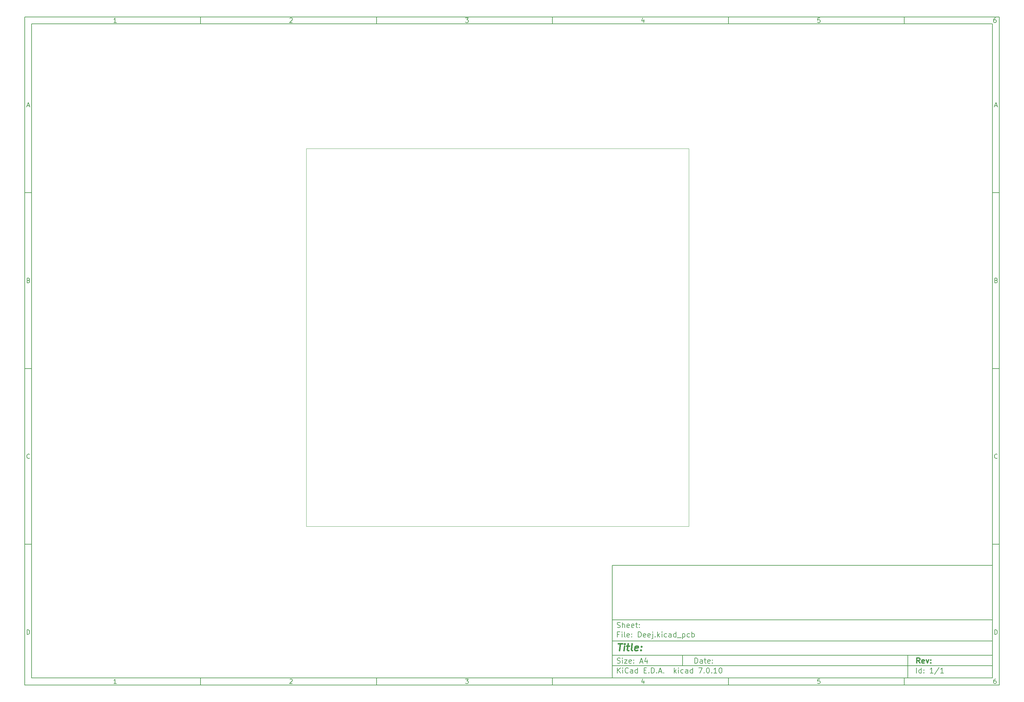
<source format=gbr>
%TF.GenerationSoftware,KiCad,Pcbnew,7.0.10*%
%TF.CreationDate,2024-01-20T21:13:39+08:00*%
%TF.ProjectId,Deej,4465656a-2e6b-4696-9361-645f70636258,rev?*%
%TF.SameCoordinates,Original*%
%TF.FileFunction,Profile,NP*%
%FSLAX46Y46*%
G04 Gerber Fmt 4.6, Leading zero omitted, Abs format (unit mm)*
G04 Created by KiCad (PCBNEW 7.0.10) date 2024-01-20 21:13:39*
%MOMM*%
%LPD*%
G01*
G04 APERTURE LIST*
%ADD10C,0.100000*%
%ADD11C,0.150000*%
%ADD12C,0.300000*%
%ADD13C,0.400000*%
%TA.AperFunction,Profile*%
%ADD14C,0.100000*%
%TD*%
G04 APERTURE END LIST*
D10*
D11*
X177002200Y-166007200D02*
X285002200Y-166007200D01*
X285002200Y-198007200D01*
X177002200Y-198007200D01*
X177002200Y-166007200D01*
D10*
D11*
X10000000Y-10000000D02*
X287002200Y-10000000D01*
X287002200Y-200007200D01*
X10000000Y-200007200D01*
X10000000Y-10000000D01*
D10*
D11*
X12000000Y-12000000D02*
X285002200Y-12000000D01*
X285002200Y-198007200D01*
X12000000Y-198007200D01*
X12000000Y-12000000D01*
D10*
D11*
X60000000Y-12000000D02*
X60000000Y-10000000D01*
D10*
D11*
X110000000Y-12000000D02*
X110000000Y-10000000D01*
D10*
D11*
X160000000Y-12000000D02*
X160000000Y-10000000D01*
D10*
D11*
X210000000Y-12000000D02*
X210000000Y-10000000D01*
D10*
D11*
X260000000Y-12000000D02*
X260000000Y-10000000D01*
D10*
D11*
X36089160Y-11593604D02*
X35346303Y-11593604D01*
X35717731Y-11593604D02*
X35717731Y-10293604D01*
X35717731Y-10293604D02*
X35593922Y-10479319D01*
X35593922Y-10479319D02*
X35470112Y-10603128D01*
X35470112Y-10603128D02*
X35346303Y-10665033D01*
D10*
D11*
X85346303Y-10417414D02*
X85408207Y-10355509D01*
X85408207Y-10355509D02*
X85532017Y-10293604D01*
X85532017Y-10293604D02*
X85841541Y-10293604D01*
X85841541Y-10293604D02*
X85965350Y-10355509D01*
X85965350Y-10355509D02*
X86027255Y-10417414D01*
X86027255Y-10417414D02*
X86089160Y-10541223D01*
X86089160Y-10541223D02*
X86089160Y-10665033D01*
X86089160Y-10665033D02*
X86027255Y-10850747D01*
X86027255Y-10850747D02*
X85284398Y-11593604D01*
X85284398Y-11593604D02*
X86089160Y-11593604D01*
D10*
D11*
X135284398Y-10293604D02*
X136089160Y-10293604D01*
X136089160Y-10293604D02*
X135655826Y-10788842D01*
X135655826Y-10788842D02*
X135841541Y-10788842D01*
X135841541Y-10788842D02*
X135965350Y-10850747D01*
X135965350Y-10850747D02*
X136027255Y-10912652D01*
X136027255Y-10912652D02*
X136089160Y-11036461D01*
X136089160Y-11036461D02*
X136089160Y-11345985D01*
X136089160Y-11345985D02*
X136027255Y-11469795D01*
X136027255Y-11469795D02*
X135965350Y-11531700D01*
X135965350Y-11531700D02*
X135841541Y-11593604D01*
X135841541Y-11593604D02*
X135470112Y-11593604D01*
X135470112Y-11593604D02*
X135346303Y-11531700D01*
X135346303Y-11531700D02*
X135284398Y-11469795D01*
D10*
D11*
X185965350Y-10726938D02*
X185965350Y-11593604D01*
X185655826Y-10231700D02*
X185346303Y-11160271D01*
X185346303Y-11160271D02*
X186151064Y-11160271D01*
D10*
D11*
X236027255Y-10293604D02*
X235408207Y-10293604D01*
X235408207Y-10293604D02*
X235346303Y-10912652D01*
X235346303Y-10912652D02*
X235408207Y-10850747D01*
X235408207Y-10850747D02*
X235532017Y-10788842D01*
X235532017Y-10788842D02*
X235841541Y-10788842D01*
X235841541Y-10788842D02*
X235965350Y-10850747D01*
X235965350Y-10850747D02*
X236027255Y-10912652D01*
X236027255Y-10912652D02*
X236089160Y-11036461D01*
X236089160Y-11036461D02*
X236089160Y-11345985D01*
X236089160Y-11345985D02*
X236027255Y-11469795D01*
X236027255Y-11469795D02*
X235965350Y-11531700D01*
X235965350Y-11531700D02*
X235841541Y-11593604D01*
X235841541Y-11593604D02*
X235532017Y-11593604D01*
X235532017Y-11593604D02*
X235408207Y-11531700D01*
X235408207Y-11531700D02*
X235346303Y-11469795D01*
D10*
D11*
X285965350Y-10293604D02*
X285717731Y-10293604D01*
X285717731Y-10293604D02*
X285593922Y-10355509D01*
X285593922Y-10355509D02*
X285532017Y-10417414D01*
X285532017Y-10417414D02*
X285408207Y-10603128D01*
X285408207Y-10603128D02*
X285346303Y-10850747D01*
X285346303Y-10850747D02*
X285346303Y-11345985D01*
X285346303Y-11345985D02*
X285408207Y-11469795D01*
X285408207Y-11469795D02*
X285470112Y-11531700D01*
X285470112Y-11531700D02*
X285593922Y-11593604D01*
X285593922Y-11593604D02*
X285841541Y-11593604D01*
X285841541Y-11593604D02*
X285965350Y-11531700D01*
X285965350Y-11531700D02*
X286027255Y-11469795D01*
X286027255Y-11469795D02*
X286089160Y-11345985D01*
X286089160Y-11345985D02*
X286089160Y-11036461D01*
X286089160Y-11036461D02*
X286027255Y-10912652D01*
X286027255Y-10912652D02*
X285965350Y-10850747D01*
X285965350Y-10850747D02*
X285841541Y-10788842D01*
X285841541Y-10788842D02*
X285593922Y-10788842D01*
X285593922Y-10788842D02*
X285470112Y-10850747D01*
X285470112Y-10850747D02*
X285408207Y-10912652D01*
X285408207Y-10912652D02*
X285346303Y-11036461D01*
D10*
D11*
X60000000Y-198007200D02*
X60000000Y-200007200D01*
D10*
D11*
X110000000Y-198007200D02*
X110000000Y-200007200D01*
D10*
D11*
X160000000Y-198007200D02*
X160000000Y-200007200D01*
D10*
D11*
X210000000Y-198007200D02*
X210000000Y-200007200D01*
D10*
D11*
X260000000Y-198007200D02*
X260000000Y-200007200D01*
D10*
D11*
X36089160Y-199600804D02*
X35346303Y-199600804D01*
X35717731Y-199600804D02*
X35717731Y-198300804D01*
X35717731Y-198300804D02*
X35593922Y-198486519D01*
X35593922Y-198486519D02*
X35470112Y-198610328D01*
X35470112Y-198610328D02*
X35346303Y-198672233D01*
D10*
D11*
X85346303Y-198424614D02*
X85408207Y-198362709D01*
X85408207Y-198362709D02*
X85532017Y-198300804D01*
X85532017Y-198300804D02*
X85841541Y-198300804D01*
X85841541Y-198300804D02*
X85965350Y-198362709D01*
X85965350Y-198362709D02*
X86027255Y-198424614D01*
X86027255Y-198424614D02*
X86089160Y-198548423D01*
X86089160Y-198548423D02*
X86089160Y-198672233D01*
X86089160Y-198672233D02*
X86027255Y-198857947D01*
X86027255Y-198857947D02*
X85284398Y-199600804D01*
X85284398Y-199600804D02*
X86089160Y-199600804D01*
D10*
D11*
X135284398Y-198300804D02*
X136089160Y-198300804D01*
X136089160Y-198300804D02*
X135655826Y-198796042D01*
X135655826Y-198796042D02*
X135841541Y-198796042D01*
X135841541Y-198796042D02*
X135965350Y-198857947D01*
X135965350Y-198857947D02*
X136027255Y-198919852D01*
X136027255Y-198919852D02*
X136089160Y-199043661D01*
X136089160Y-199043661D02*
X136089160Y-199353185D01*
X136089160Y-199353185D02*
X136027255Y-199476995D01*
X136027255Y-199476995D02*
X135965350Y-199538900D01*
X135965350Y-199538900D02*
X135841541Y-199600804D01*
X135841541Y-199600804D02*
X135470112Y-199600804D01*
X135470112Y-199600804D02*
X135346303Y-199538900D01*
X135346303Y-199538900D02*
X135284398Y-199476995D01*
D10*
D11*
X185965350Y-198734138D02*
X185965350Y-199600804D01*
X185655826Y-198238900D02*
X185346303Y-199167471D01*
X185346303Y-199167471D02*
X186151064Y-199167471D01*
D10*
D11*
X236027255Y-198300804D02*
X235408207Y-198300804D01*
X235408207Y-198300804D02*
X235346303Y-198919852D01*
X235346303Y-198919852D02*
X235408207Y-198857947D01*
X235408207Y-198857947D02*
X235532017Y-198796042D01*
X235532017Y-198796042D02*
X235841541Y-198796042D01*
X235841541Y-198796042D02*
X235965350Y-198857947D01*
X235965350Y-198857947D02*
X236027255Y-198919852D01*
X236027255Y-198919852D02*
X236089160Y-199043661D01*
X236089160Y-199043661D02*
X236089160Y-199353185D01*
X236089160Y-199353185D02*
X236027255Y-199476995D01*
X236027255Y-199476995D02*
X235965350Y-199538900D01*
X235965350Y-199538900D02*
X235841541Y-199600804D01*
X235841541Y-199600804D02*
X235532017Y-199600804D01*
X235532017Y-199600804D02*
X235408207Y-199538900D01*
X235408207Y-199538900D02*
X235346303Y-199476995D01*
D10*
D11*
X285965350Y-198300804D02*
X285717731Y-198300804D01*
X285717731Y-198300804D02*
X285593922Y-198362709D01*
X285593922Y-198362709D02*
X285532017Y-198424614D01*
X285532017Y-198424614D02*
X285408207Y-198610328D01*
X285408207Y-198610328D02*
X285346303Y-198857947D01*
X285346303Y-198857947D02*
X285346303Y-199353185D01*
X285346303Y-199353185D02*
X285408207Y-199476995D01*
X285408207Y-199476995D02*
X285470112Y-199538900D01*
X285470112Y-199538900D02*
X285593922Y-199600804D01*
X285593922Y-199600804D02*
X285841541Y-199600804D01*
X285841541Y-199600804D02*
X285965350Y-199538900D01*
X285965350Y-199538900D02*
X286027255Y-199476995D01*
X286027255Y-199476995D02*
X286089160Y-199353185D01*
X286089160Y-199353185D02*
X286089160Y-199043661D01*
X286089160Y-199043661D02*
X286027255Y-198919852D01*
X286027255Y-198919852D02*
X285965350Y-198857947D01*
X285965350Y-198857947D02*
X285841541Y-198796042D01*
X285841541Y-198796042D02*
X285593922Y-198796042D01*
X285593922Y-198796042D02*
X285470112Y-198857947D01*
X285470112Y-198857947D02*
X285408207Y-198919852D01*
X285408207Y-198919852D02*
X285346303Y-199043661D01*
D10*
D11*
X10000000Y-60000000D02*
X12000000Y-60000000D01*
D10*
D11*
X10000000Y-110000000D02*
X12000000Y-110000000D01*
D10*
D11*
X10000000Y-160000000D02*
X12000000Y-160000000D01*
D10*
D11*
X10690476Y-35222176D02*
X11309523Y-35222176D01*
X10566666Y-35593604D02*
X10999999Y-34293604D01*
X10999999Y-34293604D02*
X11433333Y-35593604D01*
D10*
D11*
X11092857Y-84912652D02*
X11278571Y-84974557D01*
X11278571Y-84974557D02*
X11340476Y-85036461D01*
X11340476Y-85036461D02*
X11402380Y-85160271D01*
X11402380Y-85160271D02*
X11402380Y-85345985D01*
X11402380Y-85345985D02*
X11340476Y-85469795D01*
X11340476Y-85469795D02*
X11278571Y-85531700D01*
X11278571Y-85531700D02*
X11154761Y-85593604D01*
X11154761Y-85593604D02*
X10659523Y-85593604D01*
X10659523Y-85593604D02*
X10659523Y-84293604D01*
X10659523Y-84293604D02*
X11092857Y-84293604D01*
X11092857Y-84293604D02*
X11216666Y-84355509D01*
X11216666Y-84355509D02*
X11278571Y-84417414D01*
X11278571Y-84417414D02*
X11340476Y-84541223D01*
X11340476Y-84541223D02*
X11340476Y-84665033D01*
X11340476Y-84665033D02*
X11278571Y-84788842D01*
X11278571Y-84788842D02*
X11216666Y-84850747D01*
X11216666Y-84850747D02*
X11092857Y-84912652D01*
X11092857Y-84912652D02*
X10659523Y-84912652D01*
D10*
D11*
X11402380Y-135469795D02*
X11340476Y-135531700D01*
X11340476Y-135531700D02*
X11154761Y-135593604D01*
X11154761Y-135593604D02*
X11030952Y-135593604D01*
X11030952Y-135593604D02*
X10845238Y-135531700D01*
X10845238Y-135531700D02*
X10721428Y-135407890D01*
X10721428Y-135407890D02*
X10659523Y-135284080D01*
X10659523Y-135284080D02*
X10597619Y-135036461D01*
X10597619Y-135036461D02*
X10597619Y-134850747D01*
X10597619Y-134850747D02*
X10659523Y-134603128D01*
X10659523Y-134603128D02*
X10721428Y-134479319D01*
X10721428Y-134479319D02*
X10845238Y-134355509D01*
X10845238Y-134355509D02*
X11030952Y-134293604D01*
X11030952Y-134293604D02*
X11154761Y-134293604D01*
X11154761Y-134293604D02*
X11340476Y-134355509D01*
X11340476Y-134355509D02*
X11402380Y-134417414D01*
D10*
D11*
X10659523Y-185593604D02*
X10659523Y-184293604D01*
X10659523Y-184293604D02*
X10969047Y-184293604D01*
X10969047Y-184293604D02*
X11154761Y-184355509D01*
X11154761Y-184355509D02*
X11278571Y-184479319D01*
X11278571Y-184479319D02*
X11340476Y-184603128D01*
X11340476Y-184603128D02*
X11402380Y-184850747D01*
X11402380Y-184850747D02*
X11402380Y-185036461D01*
X11402380Y-185036461D02*
X11340476Y-185284080D01*
X11340476Y-185284080D02*
X11278571Y-185407890D01*
X11278571Y-185407890D02*
X11154761Y-185531700D01*
X11154761Y-185531700D02*
X10969047Y-185593604D01*
X10969047Y-185593604D02*
X10659523Y-185593604D01*
D10*
D11*
X287002200Y-60000000D02*
X285002200Y-60000000D01*
D10*
D11*
X287002200Y-110000000D02*
X285002200Y-110000000D01*
D10*
D11*
X287002200Y-160000000D02*
X285002200Y-160000000D01*
D10*
D11*
X285692676Y-35222176D02*
X286311723Y-35222176D01*
X285568866Y-35593604D02*
X286002199Y-34293604D01*
X286002199Y-34293604D02*
X286435533Y-35593604D01*
D10*
D11*
X286095057Y-84912652D02*
X286280771Y-84974557D01*
X286280771Y-84974557D02*
X286342676Y-85036461D01*
X286342676Y-85036461D02*
X286404580Y-85160271D01*
X286404580Y-85160271D02*
X286404580Y-85345985D01*
X286404580Y-85345985D02*
X286342676Y-85469795D01*
X286342676Y-85469795D02*
X286280771Y-85531700D01*
X286280771Y-85531700D02*
X286156961Y-85593604D01*
X286156961Y-85593604D02*
X285661723Y-85593604D01*
X285661723Y-85593604D02*
X285661723Y-84293604D01*
X285661723Y-84293604D02*
X286095057Y-84293604D01*
X286095057Y-84293604D02*
X286218866Y-84355509D01*
X286218866Y-84355509D02*
X286280771Y-84417414D01*
X286280771Y-84417414D02*
X286342676Y-84541223D01*
X286342676Y-84541223D02*
X286342676Y-84665033D01*
X286342676Y-84665033D02*
X286280771Y-84788842D01*
X286280771Y-84788842D02*
X286218866Y-84850747D01*
X286218866Y-84850747D02*
X286095057Y-84912652D01*
X286095057Y-84912652D02*
X285661723Y-84912652D01*
D10*
D11*
X286404580Y-135469795D02*
X286342676Y-135531700D01*
X286342676Y-135531700D02*
X286156961Y-135593604D01*
X286156961Y-135593604D02*
X286033152Y-135593604D01*
X286033152Y-135593604D02*
X285847438Y-135531700D01*
X285847438Y-135531700D02*
X285723628Y-135407890D01*
X285723628Y-135407890D02*
X285661723Y-135284080D01*
X285661723Y-135284080D02*
X285599819Y-135036461D01*
X285599819Y-135036461D02*
X285599819Y-134850747D01*
X285599819Y-134850747D02*
X285661723Y-134603128D01*
X285661723Y-134603128D02*
X285723628Y-134479319D01*
X285723628Y-134479319D02*
X285847438Y-134355509D01*
X285847438Y-134355509D02*
X286033152Y-134293604D01*
X286033152Y-134293604D02*
X286156961Y-134293604D01*
X286156961Y-134293604D02*
X286342676Y-134355509D01*
X286342676Y-134355509D02*
X286404580Y-134417414D01*
D10*
D11*
X285661723Y-185593604D02*
X285661723Y-184293604D01*
X285661723Y-184293604D02*
X285971247Y-184293604D01*
X285971247Y-184293604D02*
X286156961Y-184355509D01*
X286156961Y-184355509D02*
X286280771Y-184479319D01*
X286280771Y-184479319D02*
X286342676Y-184603128D01*
X286342676Y-184603128D02*
X286404580Y-184850747D01*
X286404580Y-184850747D02*
X286404580Y-185036461D01*
X286404580Y-185036461D02*
X286342676Y-185284080D01*
X286342676Y-185284080D02*
X286280771Y-185407890D01*
X286280771Y-185407890D02*
X286156961Y-185531700D01*
X286156961Y-185531700D02*
X285971247Y-185593604D01*
X285971247Y-185593604D02*
X285661723Y-185593604D01*
D10*
D11*
X200458026Y-193793328D02*
X200458026Y-192293328D01*
X200458026Y-192293328D02*
X200815169Y-192293328D01*
X200815169Y-192293328D02*
X201029455Y-192364757D01*
X201029455Y-192364757D02*
X201172312Y-192507614D01*
X201172312Y-192507614D02*
X201243741Y-192650471D01*
X201243741Y-192650471D02*
X201315169Y-192936185D01*
X201315169Y-192936185D02*
X201315169Y-193150471D01*
X201315169Y-193150471D02*
X201243741Y-193436185D01*
X201243741Y-193436185D02*
X201172312Y-193579042D01*
X201172312Y-193579042D02*
X201029455Y-193721900D01*
X201029455Y-193721900D02*
X200815169Y-193793328D01*
X200815169Y-193793328D02*
X200458026Y-193793328D01*
X202600884Y-193793328D02*
X202600884Y-193007614D01*
X202600884Y-193007614D02*
X202529455Y-192864757D01*
X202529455Y-192864757D02*
X202386598Y-192793328D01*
X202386598Y-192793328D02*
X202100884Y-192793328D01*
X202100884Y-192793328D02*
X201958026Y-192864757D01*
X202600884Y-193721900D02*
X202458026Y-193793328D01*
X202458026Y-193793328D02*
X202100884Y-193793328D01*
X202100884Y-193793328D02*
X201958026Y-193721900D01*
X201958026Y-193721900D02*
X201886598Y-193579042D01*
X201886598Y-193579042D02*
X201886598Y-193436185D01*
X201886598Y-193436185D02*
X201958026Y-193293328D01*
X201958026Y-193293328D02*
X202100884Y-193221900D01*
X202100884Y-193221900D02*
X202458026Y-193221900D01*
X202458026Y-193221900D02*
X202600884Y-193150471D01*
X203100884Y-192793328D02*
X203672312Y-192793328D01*
X203315169Y-192293328D02*
X203315169Y-193579042D01*
X203315169Y-193579042D02*
X203386598Y-193721900D01*
X203386598Y-193721900D02*
X203529455Y-193793328D01*
X203529455Y-193793328D02*
X203672312Y-193793328D01*
X204743741Y-193721900D02*
X204600884Y-193793328D01*
X204600884Y-193793328D02*
X204315170Y-193793328D01*
X204315170Y-193793328D02*
X204172312Y-193721900D01*
X204172312Y-193721900D02*
X204100884Y-193579042D01*
X204100884Y-193579042D02*
X204100884Y-193007614D01*
X204100884Y-193007614D02*
X204172312Y-192864757D01*
X204172312Y-192864757D02*
X204315170Y-192793328D01*
X204315170Y-192793328D02*
X204600884Y-192793328D01*
X204600884Y-192793328D02*
X204743741Y-192864757D01*
X204743741Y-192864757D02*
X204815170Y-193007614D01*
X204815170Y-193007614D02*
X204815170Y-193150471D01*
X204815170Y-193150471D02*
X204100884Y-193293328D01*
X205458026Y-193650471D02*
X205529455Y-193721900D01*
X205529455Y-193721900D02*
X205458026Y-193793328D01*
X205458026Y-193793328D02*
X205386598Y-193721900D01*
X205386598Y-193721900D02*
X205458026Y-193650471D01*
X205458026Y-193650471D02*
X205458026Y-193793328D01*
X205458026Y-192864757D02*
X205529455Y-192936185D01*
X205529455Y-192936185D02*
X205458026Y-193007614D01*
X205458026Y-193007614D02*
X205386598Y-192936185D01*
X205386598Y-192936185D02*
X205458026Y-192864757D01*
X205458026Y-192864757D02*
X205458026Y-193007614D01*
D10*
D11*
X177002200Y-194507200D02*
X285002200Y-194507200D01*
D10*
D11*
X178458026Y-196593328D02*
X178458026Y-195093328D01*
X179315169Y-196593328D02*
X178672312Y-195736185D01*
X179315169Y-195093328D02*
X178458026Y-195950471D01*
X179958026Y-196593328D02*
X179958026Y-195593328D01*
X179958026Y-195093328D02*
X179886598Y-195164757D01*
X179886598Y-195164757D02*
X179958026Y-195236185D01*
X179958026Y-195236185D02*
X180029455Y-195164757D01*
X180029455Y-195164757D02*
X179958026Y-195093328D01*
X179958026Y-195093328D02*
X179958026Y-195236185D01*
X181529455Y-196450471D02*
X181458027Y-196521900D01*
X181458027Y-196521900D02*
X181243741Y-196593328D01*
X181243741Y-196593328D02*
X181100884Y-196593328D01*
X181100884Y-196593328D02*
X180886598Y-196521900D01*
X180886598Y-196521900D02*
X180743741Y-196379042D01*
X180743741Y-196379042D02*
X180672312Y-196236185D01*
X180672312Y-196236185D02*
X180600884Y-195950471D01*
X180600884Y-195950471D02*
X180600884Y-195736185D01*
X180600884Y-195736185D02*
X180672312Y-195450471D01*
X180672312Y-195450471D02*
X180743741Y-195307614D01*
X180743741Y-195307614D02*
X180886598Y-195164757D01*
X180886598Y-195164757D02*
X181100884Y-195093328D01*
X181100884Y-195093328D02*
X181243741Y-195093328D01*
X181243741Y-195093328D02*
X181458027Y-195164757D01*
X181458027Y-195164757D02*
X181529455Y-195236185D01*
X182815170Y-196593328D02*
X182815170Y-195807614D01*
X182815170Y-195807614D02*
X182743741Y-195664757D01*
X182743741Y-195664757D02*
X182600884Y-195593328D01*
X182600884Y-195593328D02*
X182315170Y-195593328D01*
X182315170Y-195593328D02*
X182172312Y-195664757D01*
X182815170Y-196521900D02*
X182672312Y-196593328D01*
X182672312Y-196593328D02*
X182315170Y-196593328D01*
X182315170Y-196593328D02*
X182172312Y-196521900D01*
X182172312Y-196521900D02*
X182100884Y-196379042D01*
X182100884Y-196379042D02*
X182100884Y-196236185D01*
X182100884Y-196236185D02*
X182172312Y-196093328D01*
X182172312Y-196093328D02*
X182315170Y-196021900D01*
X182315170Y-196021900D02*
X182672312Y-196021900D01*
X182672312Y-196021900D02*
X182815170Y-195950471D01*
X184172313Y-196593328D02*
X184172313Y-195093328D01*
X184172313Y-196521900D02*
X184029455Y-196593328D01*
X184029455Y-196593328D02*
X183743741Y-196593328D01*
X183743741Y-196593328D02*
X183600884Y-196521900D01*
X183600884Y-196521900D02*
X183529455Y-196450471D01*
X183529455Y-196450471D02*
X183458027Y-196307614D01*
X183458027Y-196307614D02*
X183458027Y-195879042D01*
X183458027Y-195879042D02*
X183529455Y-195736185D01*
X183529455Y-195736185D02*
X183600884Y-195664757D01*
X183600884Y-195664757D02*
X183743741Y-195593328D01*
X183743741Y-195593328D02*
X184029455Y-195593328D01*
X184029455Y-195593328D02*
X184172313Y-195664757D01*
X186029455Y-195807614D02*
X186529455Y-195807614D01*
X186743741Y-196593328D02*
X186029455Y-196593328D01*
X186029455Y-196593328D02*
X186029455Y-195093328D01*
X186029455Y-195093328D02*
X186743741Y-195093328D01*
X187386598Y-196450471D02*
X187458027Y-196521900D01*
X187458027Y-196521900D02*
X187386598Y-196593328D01*
X187386598Y-196593328D02*
X187315170Y-196521900D01*
X187315170Y-196521900D02*
X187386598Y-196450471D01*
X187386598Y-196450471D02*
X187386598Y-196593328D01*
X188100884Y-196593328D02*
X188100884Y-195093328D01*
X188100884Y-195093328D02*
X188458027Y-195093328D01*
X188458027Y-195093328D02*
X188672313Y-195164757D01*
X188672313Y-195164757D02*
X188815170Y-195307614D01*
X188815170Y-195307614D02*
X188886599Y-195450471D01*
X188886599Y-195450471D02*
X188958027Y-195736185D01*
X188958027Y-195736185D02*
X188958027Y-195950471D01*
X188958027Y-195950471D02*
X188886599Y-196236185D01*
X188886599Y-196236185D02*
X188815170Y-196379042D01*
X188815170Y-196379042D02*
X188672313Y-196521900D01*
X188672313Y-196521900D02*
X188458027Y-196593328D01*
X188458027Y-196593328D02*
X188100884Y-196593328D01*
X189600884Y-196450471D02*
X189672313Y-196521900D01*
X189672313Y-196521900D02*
X189600884Y-196593328D01*
X189600884Y-196593328D02*
X189529456Y-196521900D01*
X189529456Y-196521900D02*
X189600884Y-196450471D01*
X189600884Y-196450471D02*
X189600884Y-196593328D01*
X190243742Y-196164757D02*
X190958028Y-196164757D01*
X190100885Y-196593328D02*
X190600885Y-195093328D01*
X190600885Y-195093328D02*
X191100885Y-196593328D01*
X191600884Y-196450471D02*
X191672313Y-196521900D01*
X191672313Y-196521900D02*
X191600884Y-196593328D01*
X191600884Y-196593328D02*
X191529456Y-196521900D01*
X191529456Y-196521900D02*
X191600884Y-196450471D01*
X191600884Y-196450471D02*
X191600884Y-196593328D01*
X194600884Y-196593328D02*
X194600884Y-195093328D01*
X194743742Y-196021900D02*
X195172313Y-196593328D01*
X195172313Y-195593328D02*
X194600884Y-196164757D01*
X195815170Y-196593328D02*
X195815170Y-195593328D01*
X195815170Y-195093328D02*
X195743742Y-195164757D01*
X195743742Y-195164757D02*
X195815170Y-195236185D01*
X195815170Y-195236185D02*
X195886599Y-195164757D01*
X195886599Y-195164757D02*
X195815170Y-195093328D01*
X195815170Y-195093328D02*
X195815170Y-195236185D01*
X197172314Y-196521900D02*
X197029456Y-196593328D01*
X197029456Y-196593328D02*
X196743742Y-196593328D01*
X196743742Y-196593328D02*
X196600885Y-196521900D01*
X196600885Y-196521900D02*
X196529456Y-196450471D01*
X196529456Y-196450471D02*
X196458028Y-196307614D01*
X196458028Y-196307614D02*
X196458028Y-195879042D01*
X196458028Y-195879042D02*
X196529456Y-195736185D01*
X196529456Y-195736185D02*
X196600885Y-195664757D01*
X196600885Y-195664757D02*
X196743742Y-195593328D01*
X196743742Y-195593328D02*
X197029456Y-195593328D01*
X197029456Y-195593328D02*
X197172314Y-195664757D01*
X198458028Y-196593328D02*
X198458028Y-195807614D01*
X198458028Y-195807614D02*
X198386599Y-195664757D01*
X198386599Y-195664757D02*
X198243742Y-195593328D01*
X198243742Y-195593328D02*
X197958028Y-195593328D01*
X197958028Y-195593328D02*
X197815170Y-195664757D01*
X198458028Y-196521900D02*
X198315170Y-196593328D01*
X198315170Y-196593328D02*
X197958028Y-196593328D01*
X197958028Y-196593328D02*
X197815170Y-196521900D01*
X197815170Y-196521900D02*
X197743742Y-196379042D01*
X197743742Y-196379042D02*
X197743742Y-196236185D01*
X197743742Y-196236185D02*
X197815170Y-196093328D01*
X197815170Y-196093328D02*
X197958028Y-196021900D01*
X197958028Y-196021900D02*
X198315170Y-196021900D01*
X198315170Y-196021900D02*
X198458028Y-195950471D01*
X199815171Y-196593328D02*
X199815171Y-195093328D01*
X199815171Y-196521900D02*
X199672313Y-196593328D01*
X199672313Y-196593328D02*
X199386599Y-196593328D01*
X199386599Y-196593328D02*
X199243742Y-196521900D01*
X199243742Y-196521900D02*
X199172313Y-196450471D01*
X199172313Y-196450471D02*
X199100885Y-196307614D01*
X199100885Y-196307614D02*
X199100885Y-195879042D01*
X199100885Y-195879042D02*
X199172313Y-195736185D01*
X199172313Y-195736185D02*
X199243742Y-195664757D01*
X199243742Y-195664757D02*
X199386599Y-195593328D01*
X199386599Y-195593328D02*
X199672313Y-195593328D01*
X199672313Y-195593328D02*
X199815171Y-195664757D01*
X201529456Y-195093328D02*
X202529456Y-195093328D01*
X202529456Y-195093328D02*
X201886599Y-196593328D01*
X203100884Y-196450471D02*
X203172313Y-196521900D01*
X203172313Y-196521900D02*
X203100884Y-196593328D01*
X203100884Y-196593328D02*
X203029456Y-196521900D01*
X203029456Y-196521900D02*
X203100884Y-196450471D01*
X203100884Y-196450471D02*
X203100884Y-196593328D01*
X204100885Y-195093328D02*
X204243742Y-195093328D01*
X204243742Y-195093328D02*
X204386599Y-195164757D01*
X204386599Y-195164757D02*
X204458028Y-195236185D01*
X204458028Y-195236185D02*
X204529456Y-195379042D01*
X204529456Y-195379042D02*
X204600885Y-195664757D01*
X204600885Y-195664757D02*
X204600885Y-196021900D01*
X204600885Y-196021900D02*
X204529456Y-196307614D01*
X204529456Y-196307614D02*
X204458028Y-196450471D01*
X204458028Y-196450471D02*
X204386599Y-196521900D01*
X204386599Y-196521900D02*
X204243742Y-196593328D01*
X204243742Y-196593328D02*
X204100885Y-196593328D01*
X204100885Y-196593328D02*
X203958028Y-196521900D01*
X203958028Y-196521900D02*
X203886599Y-196450471D01*
X203886599Y-196450471D02*
X203815170Y-196307614D01*
X203815170Y-196307614D02*
X203743742Y-196021900D01*
X203743742Y-196021900D02*
X203743742Y-195664757D01*
X203743742Y-195664757D02*
X203815170Y-195379042D01*
X203815170Y-195379042D02*
X203886599Y-195236185D01*
X203886599Y-195236185D02*
X203958028Y-195164757D01*
X203958028Y-195164757D02*
X204100885Y-195093328D01*
X205243741Y-196450471D02*
X205315170Y-196521900D01*
X205315170Y-196521900D02*
X205243741Y-196593328D01*
X205243741Y-196593328D02*
X205172313Y-196521900D01*
X205172313Y-196521900D02*
X205243741Y-196450471D01*
X205243741Y-196450471D02*
X205243741Y-196593328D01*
X206743742Y-196593328D02*
X205886599Y-196593328D01*
X206315170Y-196593328D02*
X206315170Y-195093328D01*
X206315170Y-195093328D02*
X206172313Y-195307614D01*
X206172313Y-195307614D02*
X206029456Y-195450471D01*
X206029456Y-195450471D02*
X205886599Y-195521900D01*
X207672313Y-195093328D02*
X207815170Y-195093328D01*
X207815170Y-195093328D02*
X207958027Y-195164757D01*
X207958027Y-195164757D02*
X208029456Y-195236185D01*
X208029456Y-195236185D02*
X208100884Y-195379042D01*
X208100884Y-195379042D02*
X208172313Y-195664757D01*
X208172313Y-195664757D02*
X208172313Y-196021900D01*
X208172313Y-196021900D02*
X208100884Y-196307614D01*
X208100884Y-196307614D02*
X208029456Y-196450471D01*
X208029456Y-196450471D02*
X207958027Y-196521900D01*
X207958027Y-196521900D02*
X207815170Y-196593328D01*
X207815170Y-196593328D02*
X207672313Y-196593328D01*
X207672313Y-196593328D02*
X207529456Y-196521900D01*
X207529456Y-196521900D02*
X207458027Y-196450471D01*
X207458027Y-196450471D02*
X207386598Y-196307614D01*
X207386598Y-196307614D02*
X207315170Y-196021900D01*
X207315170Y-196021900D02*
X207315170Y-195664757D01*
X207315170Y-195664757D02*
X207386598Y-195379042D01*
X207386598Y-195379042D02*
X207458027Y-195236185D01*
X207458027Y-195236185D02*
X207529456Y-195164757D01*
X207529456Y-195164757D02*
X207672313Y-195093328D01*
D10*
D11*
X177002200Y-191507200D02*
X285002200Y-191507200D01*
D10*
D12*
X264413853Y-193785528D02*
X263913853Y-193071242D01*
X263556710Y-193785528D02*
X263556710Y-192285528D01*
X263556710Y-192285528D02*
X264128139Y-192285528D01*
X264128139Y-192285528D02*
X264270996Y-192356957D01*
X264270996Y-192356957D02*
X264342425Y-192428385D01*
X264342425Y-192428385D02*
X264413853Y-192571242D01*
X264413853Y-192571242D02*
X264413853Y-192785528D01*
X264413853Y-192785528D02*
X264342425Y-192928385D01*
X264342425Y-192928385D02*
X264270996Y-192999814D01*
X264270996Y-192999814D02*
X264128139Y-193071242D01*
X264128139Y-193071242D02*
X263556710Y-193071242D01*
X265628139Y-193714100D02*
X265485282Y-193785528D01*
X265485282Y-193785528D02*
X265199568Y-193785528D01*
X265199568Y-193785528D02*
X265056710Y-193714100D01*
X265056710Y-193714100D02*
X264985282Y-193571242D01*
X264985282Y-193571242D02*
X264985282Y-192999814D01*
X264985282Y-192999814D02*
X265056710Y-192856957D01*
X265056710Y-192856957D02*
X265199568Y-192785528D01*
X265199568Y-192785528D02*
X265485282Y-192785528D01*
X265485282Y-192785528D02*
X265628139Y-192856957D01*
X265628139Y-192856957D02*
X265699568Y-192999814D01*
X265699568Y-192999814D02*
X265699568Y-193142671D01*
X265699568Y-193142671D02*
X264985282Y-193285528D01*
X266199567Y-192785528D02*
X266556710Y-193785528D01*
X266556710Y-193785528D02*
X266913853Y-192785528D01*
X267485281Y-193642671D02*
X267556710Y-193714100D01*
X267556710Y-193714100D02*
X267485281Y-193785528D01*
X267485281Y-193785528D02*
X267413853Y-193714100D01*
X267413853Y-193714100D02*
X267485281Y-193642671D01*
X267485281Y-193642671D02*
X267485281Y-193785528D01*
X267485281Y-192856957D02*
X267556710Y-192928385D01*
X267556710Y-192928385D02*
X267485281Y-192999814D01*
X267485281Y-192999814D02*
X267413853Y-192928385D01*
X267413853Y-192928385D02*
X267485281Y-192856957D01*
X267485281Y-192856957D02*
X267485281Y-192999814D01*
D10*
D11*
X178386598Y-193721900D02*
X178600884Y-193793328D01*
X178600884Y-193793328D02*
X178958026Y-193793328D01*
X178958026Y-193793328D02*
X179100884Y-193721900D01*
X179100884Y-193721900D02*
X179172312Y-193650471D01*
X179172312Y-193650471D02*
X179243741Y-193507614D01*
X179243741Y-193507614D02*
X179243741Y-193364757D01*
X179243741Y-193364757D02*
X179172312Y-193221900D01*
X179172312Y-193221900D02*
X179100884Y-193150471D01*
X179100884Y-193150471D02*
X178958026Y-193079042D01*
X178958026Y-193079042D02*
X178672312Y-193007614D01*
X178672312Y-193007614D02*
X178529455Y-192936185D01*
X178529455Y-192936185D02*
X178458026Y-192864757D01*
X178458026Y-192864757D02*
X178386598Y-192721900D01*
X178386598Y-192721900D02*
X178386598Y-192579042D01*
X178386598Y-192579042D02*
X178458026Y-192436185D01*
X178458026Y-192436185D02*
X178529455Y-192364757D01*
X178529455Y-192364757D02*
X178672312Y-192293328D01*
X178672312Y-192293328D02*
X179029455Y-192293328D01*
X179029455Y-192293328D02*
X179243741Y-192364757D01*
X179886597Y-193793328D02*
X179886597Y-192793328D01*
X179886597Y-192293328D02*
X179815169Y-192364757D01*
X179815169Y-192364757D02*
X179886597Y-192436185D01*
X179886597Y-192436185D02*
X179958026Y-192364757D01*
X179958026Y-192364757D02*
X179886597Y-192293328D01*
X179886597Y-192293328D02*
X179886597Y-192436185D01*
X180458026Y-192793328D02*
X181243741Y-192793328D01*
X181243741Y-192793328D02*
X180458026Y-193793328D01*
X180458026Y-193793328D02*
X181243741Y-193793328D01*
X182386598Y-193721900D02*
X182243741Y-193793328D01*
X182243741Y-193793328D02*
X181958027Y-193793328D01*
X181958027Y-193793328D02*
X181815169Y-193721900D01*
X181815169Y-193721900D02*
X181743741Y-193579042D01*
X181743741Y-193579042D02*
X181743741Y-193007614D01*
X181743741Y-193007614D02*
X181815169Y-192864757D01*
X181815169Y-192864757D02*
X181958027Y-192793328D01*
X181958027Y-192793328D02*
X182243741Y-192793328D01*
X182243741Y-192793328D02*
X182386598Y-192864757D01*
X182386598Y-192864757D02*
X182458027Y-193007614D01*
X182458027Y-193007614D02*
X182458027Y-193150471D01*
X182458027Y-193150471D02*
X181743741Y-193293328D01*
X183100883Y-193650471D02*
X183172312Y-193721900D01*
X183172312Y-193721900D02*
X183100883Y-193793328D01*
X183100883Y-193793328D02*
X183029455Y-193721900D01*
X183029455Y-193721900D02*
X183100883Y-193650471D01*
X183100883Y-193650471D02*
X183100883Y-193793328D01*
X183100883Y-192864757D02*
X183172312Y-192936185D01*
X183172312Y-192936185D02*
X183100883Y-193007614D01*
X183100883Y-193007614D02*
X183029455Y-192936185D01*
X183029455Y-192936185D02*
X183100883Y-192864757D01*
X183100883Y-192864757D02*
X183100883Y-193007614D01*
X184886598Y-193364757D02*
X185600884Y-193364757D01*
X184743741Y-193793328D02*
X185243741Y-192293328D01*
X185243741Y-192293328D02*
X185743741Y-193793328D01*
X186886598Y-192793328D02*
X186886598Y-193793328D01*
X186529455Y-192221900D02*
X186172312Y-193293328D01*
X186172312Y-193293328D02*
X187100883Y-193293328D01*
D10*
D11*
X263458026Y-196593328D02*
X263458026Y-195093328D01*
X264815170Y-196593328D02*
X264815170Y-195093328D01*
X264815170Y-196521900D02*
X264672312Y-196593328D01*
X264672312Y-196593328D02*
X264386598Y-196593328D01*
X264386598Y-196593328D02*
X264243741Y-196521900D01*
X264243741Y-196521900D02*
X264172312Y-196450471D01*
X264172312Y-196450471D02*
X264100884Y-196307614D01*
X264100884Y-196307614D02*
X264100884Y-195879042D01*
X264100884Y-195879042D02*
X264172312Y-195736185D01*
X264172312Y-195736185D02*
X264243741Y-195664757D01*
X264243741Y-195664757D02*
X264386598Y-195593328D01*
X264386598Y-195593328D02*
X264672312Y-195593328D01*
X264672312Y-195593328D02*
X264815170Y-195664757D01*
X265529455Y-196450471D02*
X265600884Y-196521900D01*
X265600884Y-196521900D02*
X265529455Y-196593328D01*
X265529455Y-196593328D02*
X265458027Y-196521900D01*
X265458027Y-196521900D02*
X265529455Y-196450471D01*
X265529455Y-196450471D02*
X265529455Y-196593328D01*
X265529455Y-195664757D02*
X265600884Y-195736185D01*
X265600884Y-195736185D02*
X265529455Y-195807614D01*
X265529455Y-195807614D02*
X265458027Y-195736185D01*
X265458027Y-195736185D02*
X265529455Y-195664757D01*
X265529455Y-195664757D02*
X265529455Y-195807614D01*
X268172313Y-196593328D02*
X267315170Y-196593328D01*
X267743741Y-196593328D02*
X267743741Y-195093328D01*
X267743741Y-195093328D02*
X267600884Y-195307614D01*
X267600884Y-195307614D02*
X267458027Y-195450471D01*
X267458027Y-195450471D02*
X267315170Y-195521900D01*
X269886598Y-195021900D02*
X268600884Y-196950471D01*
X271172313Y-196593328D02*
X270315170Y-196593328D01*
X270743741Y-196593328D02*
X270743741Y-195093328D01*
X270743741Y-195093328D02*
X270600884Y-195307614D01*
X270600884Y-195307614D02*
X270458027Y-195450471D01*
X270458027Y-195450471D02*
X270315170Y-195521900D01*
D10*
D11*
X177002200Y-187507200D02*
X285002200Y-187507200D01*
D10*
D13*
X178693928Y-188211638D02*
X179836785Y-188211638D01*
X179015357Y-190211638D02*
X179265357Y-188211638D01*
X180253452Y-190211638D02*
X180420119Y-188878304D01*
X180503452Y-188211638D02*
X180396309Y-188306876D01*
X180396309Y-188306876D02*
X180479643Y-188402114D01*
X180479643Y-188402114D02*
X180586786Y-188306876D01*
X180586786Y-188306876D02*
X180503452Y-188211638D01*
X180503452Y-188211638D02*
X180479643Y-188402114D01*
X181086786Y-188878304D02*
X181848690Y-188878304D01*
X181455833Y-188211638D02*
X181241548Y-189925923D01*
X181241548Y-189925923D02*
X181312976Y-190116400D01*
X181312976Y-190116400D02*
X181491548Y-190211638D01*
X181491548Y-190211638D02*
X181682024Y-190211638D01*
X182634405Y-190211638D02*
X182455833Y-190116400D01*
X182455833Y-190116400D02*
X182384405Y-189925923D01*
X182384405Y-189925923D02*
X182598690Y-188211638D01*
X184170119Y-190116400D02*
X183967738Y-190211638D01*
X183967738Y-190211638D02*
X183586785Y-190211638D01*
X183586785Y-190211638D02*
X183408214Y-190116400D01*
X183408214Y-190116400D02*
X183336785Y-189925923D01*
X183336785Y-189925923D02*
X183432024Y-189164019D01*
X183432024Y-189164019D02*
X183551071Y-188973542D01*
X183551071Y-188973542D02*
X183753452Y-188878304D01*
X183753452Y-188878304D02*
X184134404Y-188878304D01*
X184134404Y-188878304D02*
X184312976Y-188973542D01*
X184312976Y-188973542D02*
X184384404Y-189164019D01*
X184384404Y-189164019D02*
X184360595Y-189354495D01*
X184360595Y-189354495D02*
X183384404Y-189544971D01*
X185134405Y-190021161D02*
X185217738Y-190116400D01*
X185217738Y-190116400D02*
X185110595Y-190211638D01*
X185110595Y-190211638D02*
X185027262Y-190116400D01*
X185027262Y-190116400D02*
X185134405Y-190021161D01*
X185134405Y-190021161D02*
X185110595Y-190211638D01*
X185265357Y-188973542D02*
X185348690Y-189068780D01*
X185348690Y-189068780D02*
X185241548Y-189164019D01*
X185241548Y-189164019D02*
X185158214Y-189068780D01*
X185158214Y-189068780D02*
X185265357Y-188973542D01*
X185265357Y-188973542D02*
X185241548Y-189164019D01*
D10*
D11*
X178958026Y-185607614D02*
X178458026Y-185607614D01*
X178458026Y-186393328D02*
X178458026Y-184893328D01*
X178458026Y-184893328D02*
X179172312Y-184893328D01*
X179743740Y-186393328D02*
X179743740Y-185393328D01*
X179743740Y-184893328D02*
X179672312Y-184964757D01*
X179672312Y-184964757D02*
X179743740Y-185036185D01*
X179743740Y-185036185D02*
X179815169Y-184964757D01*
X179815169Y-184964757D02*
X179743740Y-184893328D01*
X179743740Y-184893328D02*
X179743740Y-185036185D01*
X180672312Y-186393328D02*
X180529455Y-186321900D01*
X180529455Y-186321900D02*
X180458026Y-186179042D01*
X180458026Y-186179042D02*
X180458026Y-184893328D01*
X181815169Y-186321900D02*
X181672312Y-186393328D01*
X181672312Y-186393328D02*
X181386598Y-186393328D01*
X181386598Y-186393328D02*
X181243740Y-186321900D01*
X181243740Y-186321900D02*
X181172312Y-186179042D01*
X181172312Y-186179042D02*
X181172312Y-185607614D01*
X181172312Y-185607614D02*
X181243740Y-185464757D01*
X181243740Y-185464757D02*
X181386598Y-185393328D01*
X181386598Y-185393328D02*
X181672312Y-185393328D01*
X181672312Y-185393328D02*
X181815169Y-185464757D01*
X181815169Y-185464757D02*
X181886598Y-185607614D01*
X181886598Y-185607614D02*
X181886598Y-185750471D01*
X181886598Y-185750471D02*
X181172312Y-185893328D01*
X182529454Y-186250471D02*
X182600883Y-186321900D01*
X182600883Y-186321900D02*
X182529454Y-186393328D01*
X182529454Y-186393328D02*
X182458026Y-186321900D01*
X182458026Y-186321900D02*
X182529454Y-186250471D01*
X182529454Y-186250471D02*
X182529454Y-186393328D01*
X182529454Y-185464757D02*
X182600883Y-185536185D01*
X182600883Y-185536185D02*
X182529454Y-185607614D01*
X182529454Y-185607614D02*
X182458026Y-185536185D01*
X182458026Y-185536185D02*
X182529454Y-185464757D01*
X182529454Y-185464757D02*
X182529454Y-185607614D01*
X184386597Y-186393328D02*
X184386597Y-184893328D01*
X184386597Y-184893328D02*
X184743740Y-184893328D01*
X184743740Y-184893328D02*
X184958026Y-184964757D01*
X184958026Y-184964757D02*
X185100883Y-185107614D01*
X185100883Y-185107614D02*
X185172312Y-185250471D01*
X185172312Y-185250471D02*
X185243740Y-185536185D01*
X185243740Y-185536185D02*
X185243740Y-185750471D01*
X185243740Y-185750471D02*
X185172312Y-186036185D01*
X185172312Y-186036185D02*
X185100883Y-186179042D01*
X185100883Y-186179042D02*
X184958026Y-186321900D01*
X184958026Y-186321900D02*
X184743740Y-186393328D01*
X184743740Y-186393328D02*
X184386597Y-186393328D01*
X186458026Y-186321900D02*
X186315169Y-186393328D01*
X186315169Y-186393328D02*
X186029455Y-186393328D01*
X186029455Y-186393328D02*
X185886597Y-186321900D01*
X185886597Y-186321900D02*
X185815169Y-186179042D01*
X185815169Y-186179042D02*
X185815169Y-185607614D01*
X185815169Y-185607614D02*
X185886597Y-185464757D01*
X185886597Y-185464757D02*
X186029455Y-185393328D01*
X186029455Y-185393328D02*
X186315169Y-185393328D01*
X186315169Y-185393328D02*
X186458026Y-185464757D01*
X186458026Y-185464757D02*
X186529455Y-185607614D01*
X186529455Y-185607614D02*
X186529455Y-185750471D01*
X186529455Y-185750471D02*
X185815169Y-185893328D01*
X187743740Y-186321900D02*
X187600883Y-186393328D01*
X187600883Y-186393328D02*
X187315169Y-186393328D01*
X187315169Y-186393328D02*
X187172311Y-186321900D01*
X187172311Y-186321900D02*
X187100883Y-186179042D01*
X187100883Y-186179042D02*
X187100883Y-185607614D01*
X187100883Y-185607614D02*
X187172311Y-185464757D01*
X187172311Y-185464757D02*
X187315169Y-185393328D01*
X187315169Y-185393328D02*
X187600883Y-185393328D01*
X187600883Y-185393328D02*
X187743740Y-185464757D01*
X187743740Y-185464757D02*
X187815169Y-185607614D01*
X187815169Y-185607614D02*
X187815169Y-185750471D01*
X187815169Y-185750471D02*
X187100883Y-185893328D01*
X188458025Y-185393328D02*
X188458025Y-186679042D01*
X188458025Y-186679042D02*
X188386597Y-186821900D01*
X188386597Y-186821900D02*
X188243740Y-186893328D01*
X188243740Y-186893328D02*
X188172311Y-186893328D01*
X188458025Y-184893328D02*
X188386597Y-184964757D01*
X188386597Y-184964757D02*
X188458025Y-185036185D01*
X188458025Y-185036185D02*
X188529454Y-184964757D01*
X188529454Y-184964757D02*
X188458025Y-184893328D01*
X188458025Y-184893328D02*
X188458025Y-185036185D01*
X189172311Y-186250471D02*
X189243740Y-186321900D01*
X189243740Y-186321900D02*
X189172311Y-186393328D01*
X189172311Y-186393328D02*
X189100883Y-186321900D01*
X189100883Y-186321900D02*
X189172311Y-186250471D01*
X189172311Y-186250471D02*
X189172311Y-186393328D01*
X189886597Y-186393328D02*
X189886597Y-184893328D01*
X190029455Y-185821900D02*
X190458026Y-186393328D01*
X190458026Y-185393328D02*
X189886597Y-185964757D01*
X191100883Y-186393328D02*
X191100883Y-185393328D01*
X191100883Y-184893328D02*
X191029455Y-184964757D01*
X191029455Y-184964757D02*
X191100883Y-185036185D01*
X191100883Y-185036185D02*
X191172312Y-184964757D01*
X191172312Y-184964757D02*
X191100883Y-184893328D01*
X191100883Y-184893328D02*
X191100883Y-185036185D01*
X192458027Y-186321900D02*
X192315169Y-186393328D01*
X192315169Y-186393328D02*
X192029455Y-186393328D01*
X192029455Y-186393328D02*
X191886598Y-186321900D01*
X191886598Y-186321900D02*
X191815169Y-186250471D01*
X191815169Y-186250471D02*
X191743741Y-186107614D01*
X191743741Y-186107614D02*
X191743741Y-185679042D01*
X191743741Y-185679042D02*
X191815169Y-185536185D01*
X191815169Y-185536185D02*
X191886598Y-185464757D01*
X191886598Y-185464757D02*
X192029455Y-185393328D01*
X192029455Y-185393328D02*
X192315169Y-185393328D01*
X192315169Y-185393328D02*
X192458027Y-185464757D01*
X193743741Y-186393328D02*
X193743741Y-185607614D01*
X193743741Y-185607614D02*
X193672312Y-185464757D01*
X193672312Y-185464757D02*
X193529455Y-185393328D01*
X193529455Y-185393328D02*
X193243741Y-185393328D01*
X193243741Y-185393328D02*
X193100883Y-185464757D01*
X193743741Y-186321900D02*
X193600883Y-186393328D01*
X193600883Y-186393328D02*
X193243741Y-186393328D01*
X193243741Y-186393328D02*
X193100883Y-186321900D01*
X193100883Y-186321900D02*
X193029455Y-186179042D01*
X193029455Y-186179042D02*
X193029455Y-186036185D01*
X193029455Y-186036185D02*
X193100883Y-185893328D01*
X193100883Y-185893328D02*
X193243741Y-185821900D01*
X193243741Y-185821900D02*
X193600883Y-185821900D01*
X193600883Y-185821900D02*
X193743741Y-185750471D01*
X195100884Y-186393328D02*
X195100884Y-184893328D01*
X195100884Y-186321900D02*
X194958026Y-186393328D01*
X194958026Y-186393328D02*
X194672312Y-186393328D01*
X194672312Y-186393328D02*
X194529455Y-186321900D01*
X194529455Y-186321900D02*
X194458026Y-186250471D01*
X194458026Y-186250471D02*
X194386598Y-186107614D01*
X194386598Y-186107614D02*
X194386598Y-185679042D01*
X194386598Y-185679042D02*
X194458026Y-185536185D01*
X194458026Y-185536185D02*
X194529455Y-185464757D01*
X194529455Y-185464757D02*
X194672312Y-185393328D01*
X194672312Y-185393328D02*
X194958026Y-185393328D01*
X194958026Y-185393328D02*
X195100884Y-185464757D01*
X195458027Y-186536185D02*
X196600884Y-186536185D01*
X196958026Y-185393328D02*
X196958026Y-186893328D01*
X196958026Y-185464757D02*
X197100884Y-185393328D01*
X197100884Y-185393328D02*
X197386598Y-185393328D01*
X197386598Y-185393328D02*
X197529455Y-185464757D01*
X197529455Y-185464757D02*
X197600884Y-185536185D01*
X197600884Y-185536185D02*
X197672312Y-185679042D01*
X197672312Y-185679042D02*
X197672312Y-186107614D01*
X197672312Y-186107614D02*
X197600884Y-186250471D01*
X197600884Y-186250471D02*
X197529455Y-186321900D01*
X197529455Y-186321900D02*
X197386598Y-186393328D01*
X197386598Y-186393328D02*
X197100884Y-186393328D01*
X197100884Y-186393328D02*
X196958026Y-186321900D01*
X198958027Y-186321900D02*
X198815169Y-186393328D01*
X198815169Y-186393328D02*
X198529455Y-186393328D01*
X198529455Y-186393328D02*
X198386598Y-186321900D01*
X198386598Y-186321900D02*
X198315169Y-186250471D01*
X198315169Y-186250471D02*
X198243741Y-186107614D01*
X198243741Y-186107614D02*
X198243741Y-185679042D01*
X198243741Y-185679042D02*
X198315169Y-185536185D01*
X198315169Y-185536185D02*
X198386598Y-185464757D01*
X198386598Y-185464757D02*
X198529455Y-185393328D01*
X198529455Y-185393328D02*
X198815169Y-185393328D01*
X198815169Y-185393328D02*
X198958027Y-185464757D01*
X199600883Y-186393328D02*
X199600883Y-184893328D01*
X199600883Y-185464757D02*
X199743741Y-185393328D01*
X199743741Y-185393328D02*
X200029455Y-185393328D01*
X200029455Y-185393328D02*
X200172312Y-185464757D01*
X200172312Y-185464757D02*
X200243741Y-185536185D01*
X200243741Y-185536185D02*
X200315169Y-185679042D01*
X200315169Y-185679042D02*
X200315169Y-186107614D01*
X200315169Y-186107614D02*
X200243741Y-186250471D01*
X200243741Y-186250471D02*
X200172312Y-186321900D01*
X200172312Y-186321900D02*
X200029455Y-186393328D01*
X200029455Y-186393328D02*
X199743741Y-186393328D01*
X199743741Y-186393328D02*
X199600883Y-186321900D01*
D10*
D11*
X177002200Y-181507200D02*
X285002200Y-181507200D01*
D10*
D11*
X178386598Y-183621900D02*
X178600884Y-183693328D01*
X178600884Y-183693328D02*
X178958026Y-183693328D01*
X178958026Y-183693328D02*
X179100884Y-183621900D01*
X179100884Y-183621900D02*
X179172312Y-183550471D01*
X179172312Y-183550471D02*
X179243741Y-183407614D01*
X179243741Y-183407614D02*
X179243741Y-183264757D01*
X179243741Y-183264757D02*
X179172312Y-183121900D01*
X179172312Y-183121900D02*
X179100884Y-183050471D01*
X179100884Y-183050471D02*
X178958026Y-182979042D01*
X178958026Y-182979042D02*
X178672312Y-182907614D01*
X178672312Y-182907614D02*
X178529455Y-182836185D01*
X178529455Y-182836185D02*
X178458026Y-182764757D01*
X178458026Y-182764757D02*
X178386598Y-182621900D01*
X178386598Y-182621900D02*
X178386598Y-182479042D01*
X178386598Y-182479042D02*
X178458026Y-182336185D01*
X178458026Y-182336185D02*
X178529455Y-182264757D01*
X178529455Y-182264757D02*
X178672312Y-182193328D01*
X178672312Y-182193328D02*
X179029455Y-182193328D01*
X179029455Y-182193328D02*
X179243741Y-182264757D01*
X179886597Y-183693328D02*
X179886597Y-182193328D01*
X180529455Y-183693328D02*
X180529455Y-182907614D01*
X180529455Y-182907614D02*
X180458026Y-182764757D01*
X180458026Y-182764757D02*
X180315169Y-182693328D01*
X180315169Y-182693328D02*
X180100883Y-182693328D01*
X180100883Y-182693328D02*
X179958026Y-182764757D01*
X179958026Y-182764757D02*
X179886597Y-182836185D01*
X181815169Y-183621900D02*
X181672312Y-183693328D01*
X181672312Y-183693328D02*
X181386598Y-183693328D01*
X181386598Y-183693328D02*
X181243740Y-183621900D01*
X181243740Y-183621900D02*
X181172312Y-183479042D01*
X181172312Y-183479042D02*
X181172312Y-182907614D01*
X181172312Y-182907614D02*
X181243740Y-182764757D01*
X181243740Y-182764757D02*
X181386598Y-182693328D01*
X181386598Y-182693328D02*
X181672312Y-182693328D01*
X181672312Y-182693328D02*
X181815169Y-182764757D01*
X181815169Y-182764757D02*
X181886598Y-182907614D01*
X181886598Y-182907614D02*
X181886598Y-183050471D01*
X181886598Y-183050471D02*
X181172312Y-183193328D01*
X183100883Y-183621900D02*
X182958026Y-183693328D01*
X182958026Y-183693328D02*
X182672312Y-183693328D01*
X182672312Y-183693328D02*
X182529454Y-183621900D01*
X182529454Y-183621900D02*
X182458026Y-183479042D01*
X182458026Y-183479042D02*
X182458026Y-182907614D01*
X182458026Y-182907614D02*
X182529454Y-182764757D01*
X182529454Y-182764757D02*
X182672312Y-182693328D01*
X182672312Y-182693328D02*
X182958026Y-182693328D01*
X182958026Y-182693328D02*
X183100883Y-182764757D01*
X183100883Y-182764757D02*
X183172312Y-182907614D01*
X183172312Y-182907614D02*
X183172312Y-183050471D01*
X183172312Y-183050471D02*
X182458026Y-183193328D01*
X183600883Y-182693328D02*
X184172311Y-182693328D01*
X183815168Y-182193328D02*
X183815168Y-183479042D01*
X183815168Y-183479042D02*
X183886597Y-183621900D01*
X183886597Y-183621900D02*
X184029454Y-183693328D01*
X184029454Y-183693328D02*
X184172311Y-183693328D01*
X184672311Y-183550471D02*
X184743740Y-183621900D01*
X184743740Y-183621900D02*
X184672311Y-183693328D01*
X184672311Y-183693328D02*
X184600883Y-183621900D01*
X184600883Y-183621900D02*
X184672311Y-183550471D01*
X184672311Y-183550471D02*
X184672311Y-183693328D01*
X184672311Y-182764757D02*
X184743740Y-182836185D01*
X184743740Y-182836185D02*
X184672311Y-182907614D01*
X184672311Y-182907614D02*
X184600883Y-182836185D01*
X184600883Y-182836185D02*
X184672311Y-182764757D01*
X184672311Y-182764757D02*
X184672311Y-182907614D01*
D10*
D12*
D10*
D11*
D10*
D11*
D10*
D11*
D10*
D11*
D10*
D11*
X197002200Y-191507200D02*
X197002200Y-194507200D01*
D10*
D11*
X261002200Y-191507200D02*
X261002200Y-198007200D01*
D14*
X90000000Y-47460000D02*
X198730000Y-47460000D01*
X198730000Y-154920000D01*
X90000000Y-154920000D01*
X90000000Y-47460000D01*
M02*

</source>
